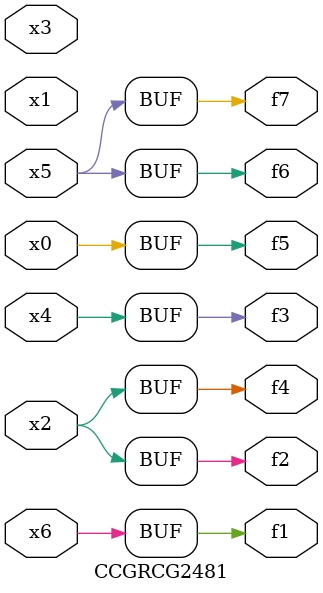
<source format=v>
module CCGRCG2481(
	input x0, x1, x2, x3, x4, x5, x6,
	output f1, f2, f3, f4, f5, f6, f7
);
	assign f1 = x6;
	assign f2 = x2;
	assign f3 = x4;
	assign f4 = x2;
	assign f5 = x0;
	assign f6 = x5;
	assign f7 = x5;
endmodule

</source>
